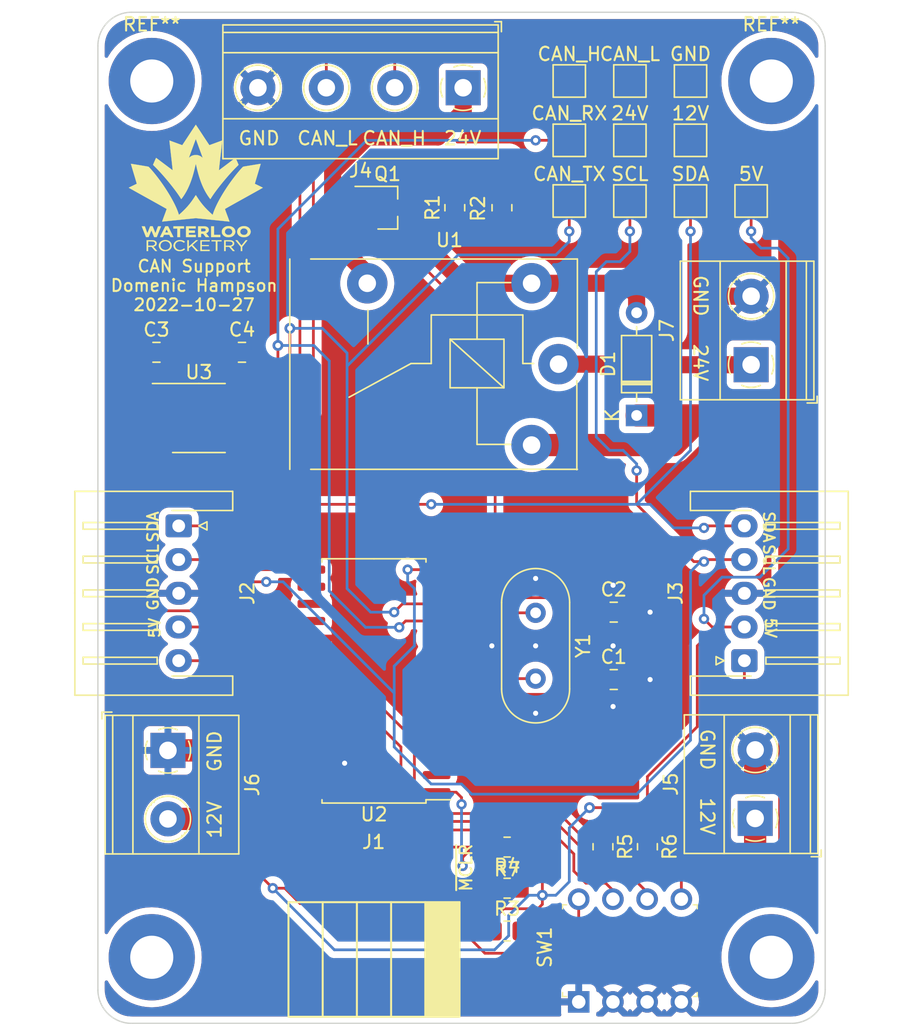
<source format=kicad_pcb>
(kicad_pcb (version 20211014) (generator pcbnew)
  (layers (0 "F.Cu" signal) (31 "B.Cu" signal) (34 "B.Paste" user) (35 "F.Paste" user) (36 "B.SilkS" user "B.Silkscreen") (37 "F.SilkS" user "F.Silkscreen") (38 "B.Mask" user) (39 "F.Mask" user) (44 "Edge.Cuts" user))
  (net 0 "")
  (net 1 "/OSC1")
  (net 2 "GND")
  (net 3 "/OSC2")
  (net 4 "+5V")
  (net 5 "+12V")
  (net 6 "/ICSPCLK")
  (net 7 "/ICSPDAT")
  (net 8 "/MCLR")
  (net 9 "/SDA")
  (net 10 "/SCL")
  (net 11 "Net-(J2-Pad5)")
  (net 12 "/RELAY_24V")
  (net 13 "/CAN_H")
  (net 14 "/CAN_L")
  (net 15 "+24V")
  (net 16 "/TRIG_PIN")
  (net 17 "/DIP_1")
  (net 18 "/DIP_2")
  (net 19 "/DIP_3")
  (net 20 "/DIP_4")
  (net 21 "/CAN_TX")
  (net 22 "/CAN_RX")
  (net 34 "/DRAIN")
  (net 35 "/BASE")
  (footprint "TestPoint:TestPoint_THTPad_2.0x2.0mm_Drill1.0mm" (layer "F.Cu") (at 156 74.5)
    (fp_text reference "CAN_TX")
    (fp_text value "TestPoint")
  )
  (footprint "Capacitor_SMD:C_0805_2012Metric_Pad1.18x1.45mm_HandSolder" (layer "F.Cu") (at 159.3 110)
    (fp_text reference "C1")
    (fp_text value "27pF")
  )
  (footprint "TestPoint:TestPoint_THTPad_2.0x2.0mm_Drill1.0mm" (layer "F.Cu") (at 160.5 70)
    (fp_text reference "24V")
    (fp_text value "TestPoint")
  )
  (footprint "Capacitor_SMD:C_0805_2012Metric_Pad1.18x1.45mm_HandSolder" (layer "F.Cu") (at 159.3 105)
    (fp_text reference "C2")
    (fp_text value "27pF")
  )
  (footprint "Resistor_SMD:R_0805_2012Metric_Pad1.20x1.40mm_HandSolder" (layer "F.Cu") (at 151.384 122.428 180)
    (fp_text reference "R7")
    (fp_text value "10k")
  )
  (footprint "Connector_JST:JST_XH_S5B-XH-A-1_1x05_P2.50mm_Horizontal" (layer "F.Cu") (at 127 98.6 -90)
    (fp_text reference "J2")
    (fp_text value "Conn_01x05_Male")
  )
  (footprint "Package_SO:SOIC-28W_7.5x17.9mm_P1.27mm" (layer "F.Cu") (at 141.5 110.1 180)
    (fp_text reference "U2")
    (fp_text value "PIC18F26K83")
  )
  (footprint "MountingHole:MountingHole_3.2mm_M3_Pad" (layer "F.Cu") (at 171 65.6)
    (fp_text reference "REF**")
    (fp_text value "MountingHole_3.2mm_M3_Pad")
  )
  (footprint "Resistor_SMD:R_0805_2012Metric_Pad1.20x1.40mm_HandSolder" (layer "F.Cu") (at 151.384 128.651)
    (fp_text reference "R3")
    (fp_text value "10k")
  )
  (footprint "TestPoint:TestPoint_THTPad_2.0x2.0mm_Drill1.0mm" (layer "F.Cu") (at 156 65.6)
    (fp_text reference "CAN_H")
    (fp_text value "TestPoint")
  )
  (footprint "TestPoint:TestPoint_THTPad_2.0x2.0mm_Drill1.0mm" (layer "F.Cu") (at 160.5 65.6)
    (fp_text reference "CAN_L")
    (fp_text value "TestPoint")
  )
  (footprint "TestPoint:TestPoint_THTPad_2.0x2.0mm_Drill1.0mm" (layer "F.Cu") (at 165 74.5)
    (fp_text reference "SDA")
    (fp_text value "TestPoint")
  )
  (footprint "MountingHole:MountingHole_3.2mm_M3_Pad" (layer "F.Cu") (at 125 65.6)
    (fp_text reference "REF**")
    (fp_text value "MountingHole_3.2mm_M3_Pad")
  )
  (footprint "TerminalBlock_Phoenix:TerminalBlock_Phoenix_MKDS-1,5-2-5.08_1x02_P5.08mm_Horizontal" (layer "F.Cu") (at 169.5 86.645 90)
    (fp_text reference "J7")
    (fp_text value "Screw_Terminal_01x02")
  )
  (footprint "Crystal:Crystal_HC49-4H_Vertical" (layer "F.Cu") (at 153.5 105.05 -90)
    (fp_text reference "Y1")
    (fp_text value "Crystal")
  )
  (footprint "canhw_footprints:PinHeader_5x2.54_SMD_90deg_952-3198-1-ND" (layer "F.Cu") (at 146.58 124.1125 180)
    (fp_text reference "J1")
    (fp_text value "Conn_01x05_Female")
  )
  (footprint "TestPoint:TestPoint_THTPad_2.0x2.0mm_Drill1.0mm" (layer "F.Cu") (at 165 65.6)
    (fp_text reference "GND")
    (fp_text value "TestPoint")
  )
  (footprint "custom:DIP_SWITCH_4X2" (layer "F.Cu") (at 156.7 133.91 90)
    (fp_text reference "SW1")
    (fp_text value "SW_DIP_x04")
  )
  (footprint "TerminalBlock_Phoenix:TerminalBlock_Phoenix_MKDS-1,5-2-5.08_1x02_P5.08mm_Horizontal" (layer "F.Cu") (at 169.8 120.3 90)
    (fp_text reference "J5")
    (fp_text value "Screw_Terminal_01x02")
  )
  (footprint "Resistor_SMD:R_0805_2012Metric_Pad1.20x1.40mm_HandSolder" (layer "F.Cu") (at 147.5 75 90)
    (fp_text reference "R1")
    (fp_text value "150R")
  )
  (footprint "TestPoint:TestPoint_THTPad_2.0x2.0mm_Drill1.0mm" (layer "F.Cu") (at 165 70)
    (fp_text reference "12V")
    (fp_text value "TestPoint")
  )
  (footprint "TerminalBlock_Phoenix:TerminalBlock_Phoenix_MKDS-1,5-2-5.08_1x02_P5.08mm_Horizontal" (layer "F.Cu") (at 126.2 115.255 -90)
    (fp_text reference "J6")
    (fp_text value "Screw_Terminal_01x02")
  )
  (footprint "Resistor_SMD:R_0805_2012Metric_Pad1.20x1.40mm_HandSolder" (layer "F.Cu") (at 151.384 125.476)
    (fp_text reference "R4")
    (fp_text value "10k")
  )
  (footprint "Resistor_SMD:R_0805_2012Metric_Pad1.20x1.40mm_HandSolder" (layer "F.Cu") (at 161.8 122.4 -90)
    (fp_text reference "R6")
    (fp_text value "10k")
  )
  (footprint "custom:rocketry_logo_small" (layer "F.Cu") (at 128.27 73.533)
    (fp_text reference "G***" hide)
    (fp_text value "LOGO" hide)
  )
  (footprint "Resistor_SMD:R_0805_2012Metric_Pad1.20x1.40mm_HandSolder" (layer "F.Cu") (at 158.5 122.4 -90)
    (fp_text reference "R5")
    (fp_text value "10k")
  )
  (footprint "TestPoint:TestPoint_THTPad_2.0x2.0mm_Drill1.0mm" (layer "F.Cu") (at 156 70)
    (fp_text reference "CAN_RX")
    (fp_text value "TestPoint")
  )
  (footprint "MountingHole:MountingHole_3.2mm_M3_Pad" (layer "F.Cu") (at 125 130.6)
    (fp_text reference "REF**" hide)
    (fp_text value "MountingHole_3.2mm_M3_Pad" hide)
  )
  (footprint "TerminalBlock_Phoenix:TerminalBlock_Phoenix_MKDS-1,5-4-5.08_1x04_P5.08mm_Horizontal" (layer "F.Cu") (at 148.12 66.1 180)
    (fp_text reference "J4")
    (fp_text value "Screw_Terminal_01x04")
  )
  (footprint "TestPoint:TestPoint_THTPad_2.0x2.0mm_Drill1.0mm" (layer "F.Cu") (at 160.5 74.5)
    (fp_text reference "SCL")
    (fp_text value "TestPoint")
  )
  (footprint "Resistor_SMD:R_0805_2012Metric_Pad1.20x1.40mm_HandSolder" (layer "F.Cu") (at 151 75 90)
    (fp_text reference "R2")
    (fp_text value "10K")
  )
  (footprint "Package_TO_SOT_SMD:SOT-23_Handsoldering" (layer "F.Cu") (at 142.5 75)
    (fp_text reference "Q1")
    (fp_text value "MMBF170")
  )
  (footprint "Capacitor_SMD:C_0805_2012Metric_Pad1.18x1.45mm_HandSolder" (layer "F.Cu") (at 125.349 85.725)
    (fp_text reference "C3")
    (fp_text value "0.1uF")
  )
  (footprint "TestPoint:TestPoint_THTPad_2.0x2.0mm_Drill1.0mm" (layer "F.Cu") (at 169.5 74.5)
    (fp_text reference "5V")
    (fp_text value "TestPoint")
  )
  (footprint "custom:Relay_SPST_G5LE-1A" (layer "F.Cu") (at 155.2 86.605 180)
    (fp_text reference "U1")
    (fp_text value "SPST_POWER_RELAY")
  )
  (footprint "Diode_THT:D_DO-35_SOD27_P7.62mm_Horizontal" (layer "F.Cu") (at 161 90.41 90)
    (fp_text reference "D1")
    (fp_text value "D")
  )
  (footprint "MountingHole:MountingHole_3.2mm_M3_Pad" (layer "F.Cu") (at 171 130.6)
    (fp_text reference "REF**" hide)
    (fp_text value "MountingHole_3.2mm_M3_Pad" hide)
  )
  (footprint "Connector_JST:JST_XH_S5B-XH-A-1_1x05_P2.50mm_Horizontal" (layer "F.Cu") (at 169 108.6 90)
    (fp_text reference "J3")
    (fp_text value "Conn_01x05_Male")
  )
  (footprint "Capacitor_SMD:C_0805_2012Metric_Pad1.18x1.45mm_HandSolder" (layer "F.Cu") (at 131.699 85.725)
    (fp_text reference "C4")
    (fp_text value "10uF")
  )
  (footprint "Package_SO:SOIC-8_3.9x4.9mm_P1.27mm" (layer "F.Cu") (at 128.5 90.6)
    (fp_text reference "U3")
    (fp_text value "MCP2562")
  )
  (gr_arc (start 123.5 135.5) (mid 121.732233 134.767767) (end 121 133) (layer "Edge.Cuts") (width 0.1))
  (gr_line (start 175 63) (end 175 133) (layer "Edge.Cuts") (width 0.1))
  (gr_line (start 172.5 135.5) (end 123.5 135.5) (layer "Edge.Cuts") (width 0.1))
  (gr_line (start 121 133.1) (end 121 63) (layer "Edge.Cuts") (width 0.1))
  (gr_arc (start 175 133) (mid 174.267767 134.767767) (end 172.5 135.5) (layer "Edge.Cuts") (width 0.1))
  (gr_line (start 123.5 60.5) (end 172.5 60.5) (layer "Edge.Cuts") (width 0.1))
  (gr_arc (start 121 63) (mid 121.732233 61.232233) (end 123.5 60.5) (layer "Edge.Cuts") (width 0.1))
  (gr_arc (start 172.5 60.5) (mid 174.267767 61.232233) (end 175 63) (layer "Edge.Cuts") (width 0.1))
  (gr_text "5V" (at 170.942 106.172 270) (layer "F.SilkS") (effects (font (size 0.8128 0.8128))))
  (gr_text "24V\n" (at 148.082 69.85) (layer "F.SilkS") (effects (font (size 1 1))))
  (gr_text "CAN_L" (at 138.049 69.85) (layer "F.SilkS") (effects (font (size 1 1))))
  (gr_text "GND\n" (at 165.735 81.534 270) (layer "F.SilkS") (effects (font (size 1 1))))
  (gr_text "GND\n" (at 129.667 115.316 90) (layer "F.SilkS") (effects (font (size 1 1))))
  (gr_text "GND" (at 170.815 103.632 270) (layer "F.SilkS") (effects (font (size 0.8128 0.8128))))
  (gr_text "GND\n" (at 166.243 115.189 270) (layer "F.SilkS") (effects (font (size 1 1))))
  (gr_text "GND" (at 125.095 103.632 90) (layer "F.SilkS") (effects (font (size 0.8128 0.8128))))
  (gr_text "SDA" (at 170.815 98.679 270) (layer "F.SilkS") (effects (font (size 0.8128 0.8128))))
  (gr_text "CAN Support\nDomenic Hampson\n2022-10-27" (at 128.143 80.772) (layer "F.SilkS") (effects (font (size 0.889 0.889))))
  (gr_text "12V" (at 166.243 120.142 270) (layer "F.SilkS") (effects (font (size 1 1))))
  (gr_text "SCL\n" (at 125.095 101.092 90) (layer "F.SilkS") (effects (font (size 0.8128 0.8128))))
  (gr_text "12V" (at 129.667 120.396 90) (layer "F.SilkS") (effects (font (size 1 1))))
  (gr_text "SCL\n" (at 170.815 101.092 270) (layer "F.SilkS") (effects (font (size 0.8128 0.8128))))
  (gr_text "~{MCLR}" (at 148.336 123.952 90) (layer "F.SilkS") (effects (font (size 0.889 0.889))))
  (gr_text "GND\n" (at 132.969 69.85) (layer "F.SilkS") (effects (font (size 1 1))))
  (gr_text "5V" (at 125.222 106.172 90) (layer "F.SilkS") (effects (font (size 0.8128 0.8128))))
  (gr_text "24V" (at 165.735 86.487 270) (layer "F.SilkS") (effects (font (size 1 1))))
  (gr_text "SDA" (at 125.095 98.679 90) (layer "F.SilkS") (effects (font (size 0.8128 0.8128))))
  (gr_text "CAN_H" (at 143.002 69.85) (layer "F.SilkS") (effects (font (size 1 1))))
  (segment (start 158.1925 109.93) (end 158.2625 110) (width 0.2032) (layer "F.Cu") (net 1))
  (segment (start 146.15 108.195) (end 148.995 108.195) (width 0.2032) (layer "F.Cu") (net 1))
  (segment (start 148.995 108.195) (end 150.73 109.93) (width 0.2032) (layer "F.Cu") (net 1))
  (segment (start 155.36 111.1) (end 156.53 109.93) (width 0.2032) (layer "F.Cu") (net 1))
  (segment (start 150.73 109.93) (end 153.5 109.93) (width 0.2032) (layer "F.Cu") (net 1))
  (segment (start 151.9 111.1) (end 155.36 111.1) (width 0.2032) (layer "F.Cu") (net 1))
  (segment (start 150.73 109.93) (end 151.9 111.1) (width 0.2032) (layer "F.Cu") (net 1))
  (segment (start 156.53 109.93) (end 158.1925 109.93) (width 0.2032) (layer "F.Cu") (net 1))
  (segment (start 126.2 115.255) (end 128.458 115.255) (width 1.651) (layer "F.Cu") (net 2))
  (segment (start 169.5 81.565) (end 167.544 81.565) (width 1.27) (layer "F.Cu") (net 2))
  (segment (start 126.06 90) (end 126.025 89.965) (width 0.2032) (layer "F.Cu") (net 2))
  (segment (start 169.8 115.22) (end 169.8 117.093) (width 1.651) (layer "F.Cu") (net 2))
  (segment (start 141 75.95) (end 141 76.932) (width 1.27) (layer "F.Cu") (net 2))
  (segment (start 151 74) (end 149.901 74) (width 1.27) (layer "F.Cu") (net 2))
  (via (at 159.25 107.5) (size 0.762) (drill 0.381) (layers "F.Cu" "B.Cu") (net 2))
  (via (at 150.25 107.5) (size 0.762) (drill 0.381) (layers "F.Cu" "B.Cu") (net 2))
  (via (at 139.319 116.205) (size 0.762) (drill 0.381) (layers "F.Cu" "B.Cu") (net 2))
  (via (at 162 105) (size 0.762) (drill 0.381) (layers "F.Cu" "B.Cu") (net 2))
  (via (at 153.5 112.5) (size 0.762) (drill 0.381) (layers "F.Cu" "B.Cu") (net 2))
  (via (at 162 110) (size 0.762) (drill 0.381) (layers "F.Cu" "B.Cu") (net 2))
  (via (at 159.25 112) (size 0.762) (drill 0.381) (layers "F.Cu" "B.Cu") (net 2))
  (via (at 153.5 107.5) (size 0.762) (drill 0.381) (layers "F.Cu" "B.Cu") (net 2))
  (via (at 159.25 103) (size 0.762) (drill 0.381) (layers "F.Cu" "B.Cu") (net 2))
  (via (at 153.5 102.5) (size 0.762) (drill 0.381) (layers "F.Cu" "B.Cu") (net 2))
  (segment (start 152 103.927526) (end 155.427526 103.927526) (width 0.2032) (layer "F.Cu") (net 3))
  (segment (start 156.5 105) (end 158.2625 105) (width 0.2032) (layer "F.Cu") (net 3))
  (segment (start 155.427526 103.927526) (end 156.5 105) (width 0.2032) (layer "F.Cu") (net 3))
  (segment (start 150.877526 105.05) (end 152 103.927526) (width 0.2032) (layer "F.Cu") (net 3))
  (segment (start 149.002526 106.925) (end 150.877526 105.05) (width 0.2032) (layer "F.Cu") (net 3))
  (segment (start 146.15 106.925) (end 149.002526 106.925) (width 0.2032) (layer "F.Cu") (net 3))
  (segment (start 150.877526 105.05) (end 153.5 105.05) (width 0.2032) (layer "F.Cu") (net 3))
  (segment (start 169.5 74.5) (end 169.5 76.75) (width 0.2032) (layer "F.Cu") (net 4))
  (segment (start 126.8 94.5) (end 125.5 94.5) (width 0.2032) (layer "F.Cu") (net 4))
  (segment (start 161.8 120.3) (end 161.8 121.4) (width 0.2032) (layer "F.Cu") (net 4))
  (segment (start 123.5 96.5) (end 123.5 103.5) (width 0.2032) (layer "F.Cu") (net 4))
  (segment (start 150.384 127.746) (end 150.384 125.476) (width 0.2032) (layer "F.Cu") (net 4))
  (segment (start 134.357 108.195) (end 133.096 109.456) (width 0.2032) (layer "F.Cu") (net 4))
  (segment (start 133.096 124.587) (end 133.985 125.476) (width 0.2032) (layer "F.Cu") (net 4))
  (segment (start 159.1 119.5) (end 157.5 119.5) (width 0.2032) (layer "F.Cu") (net 4))
  (segment (start 133.096 109.456) (end 133.096 124.587) (width 0.2032) (layer "F.Cu") (net 4))
  (segment (start 133.005 108.195) (end 133.905 108.195) (width 0.2032) (layer "F.Cu") (net 4))
  (segment (start 128.795 92.505) (end 126.8 94.5) (width 0.2032) (layer "F.Cu") (net 4))
  (segment (start 125.5 94.5) (end 123.5 96.5) (width 0.2032) (layer "F.Cu") (net 4))
  (segment (start 151.13 127) (end 153.67 127) (width 0.2032) (layer "F.Cu") (net 4))
  (segment (start 128.235 91.235) (end 126.025 91.235) (width 0.2032) (layer "F.Cu") (net 4))
  (segment (start 130.6 106.1) (end 132.695 108.195) (width 0.2032) (layer "F.Cu") (net 4))
  (segment (start 165.5 113.5) (end 161.8 117.2) (width 0.2032) (layer "F.Cu") (net 4))
  (segment (start 152.384 122.428) (end 153.162 122.428) (width 0.2032) (layer "F.Cu") (net 4))
  (segment (start 129.4 104.9) (end 130.6 106.1) (width 0.2032) (layer "F.Cu") (net 4))
  (segment (start 150.384 127.746) (end 151.13 127) (width 0.2032) (layer "F.Cu") (net 4))
  (segment (start 123.5 96.5) (end 123.5 92.5) (width 0.2032) (layer "F.Cu") (net 4))
  (segment (start 124.9 104.9) (end 123.5 103.5) (width 0.2032) (layer "F.Cu") (net 4))
  (segment (start 132.805 108.195) (end 133.005 108.195) (width 0.2032) (layer "F.Cu") (net 4))
  (segment (start 154 123.266) (end 154 126) (width 0.2032) (layer "F.Cu") (net 4))
  (segment (start 123.5 92.5) (end 123 92) (width 0.2032) (layer "F.Cu") (net 4))
  (segment (start 127.381 87.249) (end 128.905 85.725) (width 0.2032) (layer "F.Cu") (net 4))
  (segment (start 123.444 87.249) (end 127.381 87.249) (width 0.2032) (layer "F.Cu") (net 4))
  (segment (start 153.162 122.428) (end 154 123.266) (width 0.2032) (layer "F.Cu") (net 4))
  (segment (start 123 92) (end 123 86.804) (width 0.2032) (layer "F.Cu") (net 4))
  (segment (start 134.357 108.195) (end 136.85 108.195) (width 0.2032) (layer "F.Cu") (net 4))
  (segment (start 130.975 92.505) (end 129.505 92.505) (width 0.2032) (layer "F.Cu") (net 4))
  (segment (start 144.04 125.962) (end 144.04 124.1125) (width 0.2032) (layer "F.Cu") (net 4))
  (segment (start 143.383 126.619) (end 144.04 125.962) (width 0.2032) (layer "F.Cu") (net 4))
  (segment (start 133.905 108.195) (end 134.357 108.195) (width 0.2032) (layer "F.Cu") (net 4))
  (segment (start 166.9 106.1) (end 166.6 106.1) (width 0.2032) (layer "F.Cu") (net 4))
  (segment (start 133.985 125.476) (end 134.874 125.476) (width 0.2032) (layer "F.Cu") (net 4))
  (segment (start 161.8 117.2) (end 161.8 120.3) (width 0.2032) (layer "F.Cu") (net 4))
  (segment (start 129.505 92.505) (end 128.235 91.235) (width 0.2032) (layer "F.Cu") (net 4))
  (segment (start 169 106.1) (end 166.9 106.1) (width 0.2032) (layer "F.Cu") (net 4))
  (segment (start 165.5 107.5) (end 165.5 113.5) (width 0.2032) (layer "F.Cu") (net 4))
  (segment (start 150.384 128.651) (end 150.384 127.746) (width 0.2032) (layer "F.Cu") (net 4))
  (segment (start 166.6 106.1) (end 166 105.5) (width 0.2032) (layer "F.Cu") (net 4))
  (segment (start 128.905 85.725) (end 130.6615 85.725) (width 0.2032) (layer "F.Cu") (net 4))
  (segment (start 132.695 108.195) (end 132.805 108.195) (width 0.2032) (layer "F.Cu") (net 4))
  (segment (start 123 86.804) (end 123 86.296) (width 0.2032) (layer "F.Cu") (net 4))
  (segment (start 161 119.5) (end 161.8 120.3) (width 0.2032) (layer "F.Cu") (net 4))
  (segment (start 153.67 127) (end 154 126.67) (width 0.2032) (layer "F.Cu") (net 4))
  (segment (start 123 86.804) (end 123 86.805) (width 0.2032) (layer "F.Cu") (net 4))
  (segment (start 158.5 121.4) (end 158.5 120.1) (width 0.2032) (layer "F.Cu") (net 4))
  (segment (start 129.505 92.505) (end 128.795 92.505) (width 0.2032) (layer "F.Cu") (net 4))
  (segment (start 136.017 126.619) (end 143.383 126.619) (width 0.2032) (layer "F.Cu") (net 4))
  (segment (start 134.874 125.476) (end 136.017 126.619) (width 0.2032) (layer "F.Cu") (net 4))
  (segment (start 123.571 85.725) (end 124.3115 85.725) (width 0.2032) (layer "F.Cu") (net 4))
  (segment (start 159.1 119.5) (end 161 119.5) (width 0.2032) (layer "F.Cu") (net 4))
  (segment (start 123 86.805) (end 123.444 87.249) (width 0.2032) (layer "F.Cu") (net 4))
  (segment (start 154 126.67) (end 154 126) (width 0.2032) (layer "F.Cu") (net 4))
  (segment (start 166.9 106.1) (end 165.5 107.5) (width 0.2032) (layer "F.Cu") (net 4))
  (segment (start 123 86.296) (end 123.571 85.725) (width 0.2032) (layer "F.Cu") (net 4))
  (segment (start 127 106.1) (end 130.6 106.1) (width 0.2032) (layer "F.Cu") (net 4))
  (segment (start 158.5 120.1) (end 159.1 119.5) (width 0.2032) (layer "F.Cu") (net 4))
  (segment (start 129.4 104.9) (end 124.9 104.9) (width 0.2032) (layer "F.Cu") (net 4))
  (via (at 169.5 76.75) (size 0.762) (drill 0.381) (layers "F.Cu" "B.Cu") (net 4))
  (via (at 166 105.5) (size 0.762) (drill 0.381) (layers "F.Cu" "B.Cu") (net 4))
  (via (at 157.5 119.5) (size 0.8) (drill 0.4) (layers "F.Cu" "B.Cu") (net 4))
  (via (at 154 126) (size 0.8) (drill 0.4) (layers "F.Cu" "B.Cu") (net 4))
  (via (at 133.985 125.476) (size 0.762) (drill 0.381) (layers "F.Cu" "B.Cu") (net 4))
  (segment (start 170.25 78) (end 169.5 77.25) (width 0.2032) (layer "B.Cu") (net 4))
  (segment (start 151.5 129) (end 151.5 127.5) (width 0.2032) (layer "B.Cu") (net 4))
  (segment (start 171.5 78) (end 170.25 78) (width 0.2032) (layer "B.Cu") (net 4))
  (segment (start 157.5 119.5) (end 156 121) (width 0.2032) (layer "B.Cu") (net 4))
  (segment (start 172.25 78.75) (end 171.5 78) (width 0.2032) (layer "B.Cu") (net 4))
  (segment (start 166 105.5) (end 166 103.75) (width 0.2032) (layer "B.Cu") (net 4))
  (segment (start 153 126) (end 154 126) (width 0.2032) (layer "B.Cu") (net 4))
  (segment (start 166 103.75) (end 167.344633 102.405367) (width 0.2032) (layer "B.Cu") (net 4))
  (segment (start 170.155367 102.405367) (end 172.25 100.310734) (width 0.2032) (layer "B.Cu") (net 4))
  (segment (start 169.5 77.25) (end 169.5 76.75) (width 0.2032) (layer "B.Cu") (net 4))
  (segment (start 156 121) (end 156 125) (width 0.2032) (layer "B.Cu") (net 4))
  (segment (start 172.25 100.310734) (end 172.25 78.75) (width 0.2032) (layer "B.Cu") (net 4))
  (segment (start 138.557 130.048) (end 150.452 130.048) (width 0.2032) (layer "B.Cu") (net 4))
  (segment (start 156 125) (end 155 126) (width 0.2032) (layer "B.Cu") (net 4))
  (segment (start 150.452 130.048) (end 151.5 129) (width 0.2032) (layer "B.Cu") (net 4))
  (segment (start 133.985 125.476) (end 138.557 130.048) (width 0.2032) (layer "B.Cu") (net 4))
  (segment (start 151.5 127.5) (end 153 126) (width 0.2032) (layer "B.Cu") (net 4))
  (segment (start 155 126) (end 154 126) (width 0.2032) (layer "B.Cu") (net 4))
  (segment (start 167.344633 102.405367) (end 170.155367 102.405367) (width 0.2032) (layer "B.Cu") (net 4))
  (segment (start 126.2 120.335) (end 128.59 120.335) (width 1.651) (layer "F.Cu") (net 5))
  (segment (start 172.339 122.682) (end 169.8 125.221) (width 1.651) (layer "F.Cu") (net 5))
  (segment (start 163.808 92.605) (end 153.2 92.605) (width 1.651) (layer "F.Cu") (net 5))
  (segment (start 169.15 90.41) (end 172.339 93.599) (width 1.651) (layer "F.Cu") (net 5))
  (segment (start 155.829 131.064) (end 163.957 131.064) (width 1.651) (layer "F.Cu") (net 5))
  (segment (start 166.003 90.41) (end 169.15 90.41) (width 1.651) (layer "F.Cu") (net 5))
  (segment (start 163.957 131.064) (end 169.8 125.221) (width 1.651) (layer "F.Cu") (net 5))
  (segment (start 136.525 132.334) (end 154.559 132.334) (width 1.651) (layer "F.Cu") (net 5))
  (segment (start 128.59 120.335) (end 129.794 121.539) (width 1.651) (layer "F.Cu") (net 5))
  (segment (start 154.559 132.334) (end 155.829 131.064) (width 1.651) (layer "F.Cu") (net 5))
  (segment (start 166.003 90.41) (end 161 90.41) (width 1.651) (layer "F.Cu") (net 5))
  (segment (start 172.339 72.644) (end 172.339 93.599) (width 1.651) (layer "F.Cu") (net 5))
  (segment (start 129.794 121.539) (end 129.794 125.603) (width 1.651) (layer "F.Cu") (net 5))
  (segment (start 169.695 70) (end 172.339 72.644) (width 1.651) (layer "F.Cu") (net 5))
  (segment (start 172.339 93.599) (end 172.339 122.682) (width 1.651) (layer "F.Cu") (net 5))
  (segment (start 166.003 90.41) (end 163.808 92.605) (width 1.651) (layer "F.Cu") (net 5))
  (segment (start 169.8 125.221) (end 169.8 120.3) (width 1.651) (layer "F.Cu") (net 5))
  (segment (start 165 70) (end 169.695 70) (width 1.651) (layer "F.Cu") (net 5))
  (segment (start 129.794 125.603) (end 136.525 132.334) (width 1.651) (layer "F.Cu") (net 5))
  (segment (start 134.915 117.085) (end 136.85 117.085) (width 0.2032) (layer "F.Cu") (net 6))
  (segment (start 136.42 124.1125) (end 136.42 122.42) (width 0.2032) (layer "F.Cu") (net 6))
  (segment (start 134 120) (end 134 118) (width 0.2032) (layer "F.Cu") (net 6))
  (segment (start 134 118) (end 134.915 117.085) (width 0.2032) (layer "F.Cu") (net 6))
  (segment (start 136.42 122.42) (end 134 120) (width 0.2032) (layer "F.Cu") (net 6))
  (segment (start 138.96 118.96) (end 138.355 118.355) (width 0.2032) (layer "F.Cu") (net 7))
  (segment (start 138.355 118.355) (end 136.85 118.355) (width 0.2032) (layer "F.Cu") (net 7))
  (segment (start 138.96 124.1125) (end 138.96 118.96) (width 0.2032) (layer "F.Cu") (net 7))
  (segment (start 146.15 118.355) (end 147.605 118.355) (width 0.2032) (layer "F.Cu") (net 8))
  (segment (start 148.844 122.428) (end 148.082 123.19) (width 0.2032) (layer "F.Cu") (net 8))
  (segment (start 148 118.75) (end 148 119.25) (width 0.2032) (layer "F.Cu") (net 8))
  (segment (start 147.605 118.355) (end 148 118.75) (width 0.2032) (layer "F.Cu") (net 8))
  (segment (start 148.082 123.19) (end 148.082 123.825) (width 0.2032) (layer "F.Cu") (net 8))
  (segment (start 146.58 123.041) (end 147.193 122.428) (width 0.2032) (layer "F.Cu") (net 8))
  (segment (start 148.844 122.428) (end 150.384 122.428) (width 0.2032) (layer "F.Cu") (net 8))
  (segment (start 146.58 124.1125) (end 146.58 123.041) (width 0.2032) (layer "F.Cu") (net 8))
  (segment (start 147.193 122.428) (end 148.844 122.428) (width 0.2032) (layer "F.Cu") (net 8))
  (via (at 148 119.25) (size 0.762) (drill 0.381) (layers "F.Cu" "B.Cu") (net 8))
  (via (at 148.082 123.825) (size 0.762) (drill 0.381) (layers "F.Cu" "B.Cu") (net 8))
  (segment (start 148 119.25) (end 148 123.743) (width 0.2032) (layer "B.Cu") (net 8))
  (segment (start 148 123.743) (end 148.082 123.825) (width 0.2032) (layer "B.Cu") (net 8))
  (segment (start 132.345 101.845) (end 134.155 101.845) (width 0.2032) (layer "F.Cu") (net 9))
  (segment (start 133.5 101.19) (end 133.5 100.5) (width 0.2032) (layer "F.Cu") (net 9))
  (segment (start 137 97) (end 145.75 97) (width 0.2032) (layer "F.Cu") (net 9))
  (segment (start 133.5 100.5) (end 137 97) (width 0.2032) (layer "F.Cu") (net 9))
  (segment (start 165 74.5) (end 165 76.75) (width 0.2032) (layer "F.Cu") (net 9))
  (segment (start 169 98.6) (end 166.15 98.6) (width 0.2032) (layer "F.Cu") (net 9))
  (segment (start 166.15 98.6) (end 166 98.75) (width 0.2032) (layer "F.Cu") (net 9))
  (segment (start 134.155 101.845) (end 133.5 101.19) (width 0.2032) (layer "F.Cu") (net 9))
  (segment (start 134.155 101.845) (end 136.85 101.845) (width 0.2032) (layer "F.Cu") (net 9))
  (segment (start 129.1 98.6) (end 132.345 101.845) (width 0.2032) (layer "F.Cu") (net 9))
  (segment (start 127 98.6) (end 129.1 98.6) (width 0.2032) (layer "F.Cu") (net 9))
  (via (at 145.75 97) (size 0.762) (drill 0.381) (layers "F.Cu" "B.Cu") (net 9))
  (via (at 165 76.75) (size 0.762) (drill 0.381) (layers "F.Cu" "B.Cu") (net 9))
  (via (at 166 98.75) (size 0.762) (drill 0.381) (layers "F.Cu" "B.Cu") (net 9))
  (segment (start 165 93) (end 165 76.75) (width 0.2032) (layer "B.Cu") (net 9))
  (segment (start 162 97) (end 163.75 98.75) (width 0.2032) (layer "B.Cu") (net 9))
  (segment (start 161 97) (end 162 97) (width 0.2032) (layer "B.Cu") (net 9))
  (segment (start 161 97) (end 165 93) (width 0.2032) (layer "B.Cu") (net 9))
  (segment (start 163.75 98.75) (end 165.75 98.75) (width 0.2032) (layer "B.Cu") (net 9))
  (segment (start 165.75 98.75) (end 166 98.75) (width 0.2032) (layer "B.Cu") (net 9))
  (segment (start 145.75 97) (end 161 97) (width 0.2032) (layer "B.Cu") (net 9))
  (segment (start 166 101.25) (end 166.15 101.1) (width 0.2032) (layer "F.Cu") (net 10))
  (segment (start 129.6 101.1) (end 131.25 102.75) (width 0.2032) (layer "F.Cu") (net 10))
  (segment (start 146.15 101.845) (end 144 101.845) (width 0.2032) (layer "F.Cu") (net 10))
  (segment (start 166 101.25) (end 165.25 101.25) (width 0.2032) (layer "F.Cu") (net 10))
  (segment (start 160.5 74.5) (end 160.5 76.75) (width 0.2032) (layer "F.Cu") (net 10))
  (segment (start 131.25 102.75) (end 133.5 102.75) (width 0.2032) (layer "F.Cu") (net 10))
  (segment (start 166.15 101.1) (end 169 101.1) (width 0.2032) (layer "F.Cu") (net 10))
  (segment (start 165.25 101.25) (end 161 97) (width 0.2032) (layer "F.Cu") (net 10))
  (segment (start 127 101.1) (end 129.6 101.1) (width 0.2032) (layer "F.Cu") (net 10))
  (segment (start 161 97) (end 161 94.5) (width 0.2032) (layer "F.Cu") (net 10))
  (via (at 144 101.845) (size 0.762) (drill 0.381) (layers "F.Cu" "B.Cu") (net 10))
  (via (at 133.5 102.75) (size 0.762) (drill 0.381) (layers "F.Cu" "B.Cu") (net 10))
  (via (at 160.5 76.75) (size 0.762) (drill 0.381) (layers "F.Cu" "B.Cu") (net 10))
  (via (at 166 101.25) (size 0.762) (drill 0.381) (layers "F.Cu" "B.Cu") (net 10))
  (via (at 161 94.5) (size 0.762) (drill 0.381) (layers "F.Cu" "B.Cu") (net 10))
  (segment (start 161 118.5) (end 165 114.5) (width 0.2032) (layer "B.Cu") (net 10))
  (segment (start 158 92) (end 158 79.75) (width 0.2032) (layer "B.Cu") (net 10))
  (segment (start 143 111) (end 143 109) (width 0.2032) (layer "B.Cu") (net 10))
  (segment (start 160 93) (end 159 93) (width 0.2032) (layer "B.Cu") (net 10))
  (segment (start 161 94) (end 160 93) (width 0.2032) (layer "B.Cu") (net 10))
  (segment (start 144 102.75) (end 144 101.845) (width 0.2032) (layer "B.Cu") (net 10))
  (segment (start 143 109) (end 144.5 107.5) (width 0.2032) (layer "B.Cu") (net 10))
  (segment (start 144.5 107.5) (end 144.5 103.25) (width 0.2032) (layer "B.Cu") (net 10))
  (segment (start 161 94.5) (end 161 94) (width 0.2032) (layer "B.Cu") (net 10))
  (segment (start 148.75 118.5) (end 161 118.5) (width 0.2032) (layer "B.Cu") (net 10))
  (segment (start 159 93) (end 158 92) (width 0.2032) (layer "B.Cu") (net 10))
  (segment (start 143 111) (end 143 115) (width 0.2032) (layer "B.Cu") (net 10))
  (segment (start 159.75 79) (end 160.5 78.25) (width 0.2032) (layer "B.Cu") (net 10))
  (segment (start 144.5 103.25) (end 144 102.75) (width 0.2032) (layer "B.Cu") (net 10))
  (segment (start 165 102) (end 165.75 101.25) (width 0.2032) (layer "B.Cu") (net 10))
  (segment (start 134.75 102.75) (end 143 111) (width 0.2032) (layer "B.Cu") (net 10))
  (segment (start 160.5 78.25) (end 160.5 76.75) (width 0.2032) (layer "B.Cu") (net 10))
  (segment (start 158.75 79) (end 159.75 79) (width 0.2032) (layer "B.Cu") (net 10))
  (segment (start 165.75 101.25) (end 166 101.25) (width 0.2032) (layer "B.Cu") (net 10))
  (segment (start 165 114.5) (end 165 102) (width 0.2032) (layer "B.Cu") (net 10))
  (segment (start 148 117.75) (end 148.75 118.5) (width 0.2032) (layer "B.Cu") (net 10))
  (segment (start 133.5 102.75) (end 134.75 102.75) (width 0.2032) (layer "B.Cu") (net 10))
  (segment (start 143 115) (end 145.75 117.75) (width 0.2032) (layer "B.Cu") (net 10))
  (segment (start 158 79.75) (end 158.75 79) (width 0.2032) (layer "B.Cu") (net 10))
  (segment (start 145.75 117.75) (end 148 117.75) (width 0.2032) (layer "B.Cu") (net 10))
  (segment (start 131.826 124.714) (end 133.223 126.111) (width 0.2032) (layer "F.Cu") (net 11))
  (segment (start 167 114.5) (end 163.5 118) (width 0.2032) (layer "F.Cu") (net 11))
  (segment (start 169 110.5) (end 167 112.5) (width 0.2032) (layer "F.Cu") (net 11))
  (segment (start 167 112.5) (end 167 114.5) (width 0.2032) (layer "F.Cu") (net 11))
  (segment (start 169 108.6) (end 169 110.5) (width 0.2032) (layer "F.Cu") (net 11))
  (segment (start 138.176 131.064) (end 133.223 126.111) (width 0.2032) (layer "F.Cu") (net 11))
  (segment (start 165.862 124.362) (end 165.862 127.127) (width 0.2032) (layer "F.Cu") (net 11))
  (segment (start 133.223 126.111) (end 133.477 126.365) (width 0.2032) (layer "F.Cu") (net 11))
  (segment (start 131.826 109.728) (end 130.698 108.6) (width 0.2032) (layer "F.Cu") (net 11))
  (segment (start 155.321 129.667) (end 153.924 131.064) (width 0.2032) (layer "F.Cu") (net 11))
  (segment (start 153.924 131.064) (end 138.176 131.064) (width 0.2032) (layer "F.Cu") (net 11))
  (segment (start 131.826 124.714) (end 131.826 109.728) (width 0.2032) (layer "F.Cu") (net 11))
  (segment (start 165.862 127.127) (end 163.322 129.667) (width 0.2032) (layer "F.Cu") (net 11))
  (segment (start 163.5 118) (end 163.5 122) (width 0.2032) (layer "F.Cu") (net 11))
  (segment (start 163.5 122) (end 165.862 124.362) (width 0.2032) (layer "F.Cu") (net 11))
  (segment (start 163.322 129.667) (end 155.321 129.667) (width 0.2032) (layer "F.Cu") (net 11))
  (segment (start 130.698 108.6) (end 127 108.6) (width 0.2032) (layer "F.Cu") (net 11))
  (segment (start 138.43 72.32) (end 141 69.75) (width 1.27) (layer "F.Cu") (net 12))
  (segment (start 141 79.913) (end 138.43 77.343) (width 1.27) (layer "F.Cu") (net 12))
  (segment (start 146.25 69.75) (end 148.12 67.88) (width 1.27) (layer "F.Cu") (net 12))
  (segment (start 141 80.605) (end 141 79.913) (width 1.27) (layer "F.Cu") (net 12))
  (segment (start 138.43 77.343) (end 138.43 72.32) (width 1.27) (layer "F.Cu") (net 12))
  (segment (start 148.12 67.88) (end 148.12 66.1) (width 1.27) (layer "F.Cu") (net 12))
  (segment (start 141 69.75) (end 146.25 69.75) (width 1.27) (layer "F.Cu") (net 12))
  (segment (start 143.04 64.21) (end 143.04 66.1) (width 0.2032) (layer "F.Cu") (net 13))
  (segment (start 155 63) (end 156 64) (width 0.2032) (layer "F.Cu") (net 13))
  (segment (start 129.5 90) (end 130.94 90) (width 0.2032) (layer "F.Cu") (net 13))
  (segment (start 144.25 63) (end 142.25 63) (width 0.2032) (layer "F.Cu") (net 13))
  (segment (start 144.25 63) (end 155 63) (width 0.2032) (layer "F.Cu") (net 13))
  (segment (start 129.517722 91.8768) (end 129 91.359078) (width 0.2032) (layer "F.Cu") (net 13))
  (segment (start 130.94 90) (end 130.975 89.965) (width 0.2032) (layer "F.Cu") (net 13))
  (segment (start 156 64) (end 156 65.6) (width 0.2032) (layer "F.Cu") (net 13))
  (segment (start 140.25 67.75) (end 137 71) (width 0.2032) (layer "F.Cu") (net 13))
  (segment (start 142.25 63) (end 140.25 65) (width 0.2032) (layer "F.Cu") (net 13))
  (segment (start 137 90.2) (end 135.3232 91.8768) (width 0.2032) (layer "F.Cu") (net 13))
  (segment (start 129 90.5) (end 129.5 90) (width 0.2032) (layer "F.Cu") (net 13))
  (segment (start 144.25 63) (end 143.04 64.21) (width 0.2032) (layer "F.Cu") (net 13))
  (segment (start 129 91.359078) (end 129 90.5) (width 0.2032) (layer "F.Cu") (net 13))
  (segment (start 140.25 65) (end 140.25 67.75) (width 0.2032) (layer "F.Cu") (net 13))
  (segment (start 135.3232 91.8768) (end 129.517722 91.8768) (width 0.2032) (layer "F.Cu") (net 13))
  (segment (start 137 71) (end 137 90.2) (width 0.2032) (layer "F.Cu") (net 13))
  (segment (start 136 89.25) (end 136 87.5) (width 0.2032) (layer "F.Cu") (net 14))
  (segment (start 137.96 63.54) (end 139.5 62) (width 0.2032) (layer "F.Cu") (net 14))
  (segment (start 137 62) (end 136 63) (width 0.2032) (layer "F.Cu") (net 14))
  (segment (start 158.75 62) (end 160.5 63.75) (width 0.2032) (layer "F.Cu") (net 14))
  (segment (start 136 63) (end 136 87.5) (width 0.2032) (layer "F.Cu") (net 14))
  (segment (start 137.96 66.1) (end 137.96 63.54) (width 0.2032) (layer "F.Cu") (net 14))
  (segment (start 137.96 66.1) (end 138 66.14) (width 0.2032) (layer "F.Cu") (net 14))
  (segment (start 130.975 91.235) (end 134.015 91.235) (width 0.2032) (layer "F.Cu") (net 14))
  (segment (start 134.015 91.235) (end 136 89.25) (width 0.2032) (layer "F.Cu") (net 14))
  (segment (start 139.5 62) (end 158.75 62) (width 0.2032) (layer "F.Cu") (net 14))
  (segment (start 139.5 62) (end 137 62) (width 0.2032) (layer "F.Cu") (net 14))
  (segment (start 160.5 63.75) (end 160.5 65.6) (width 0.2032) (layer "F.Cu") (net 14))
  (segment (start 169.46 86.605) (end 169.5 86.645) (width 0.2032) (layer "F.Cu") (net 15))
  (segment (start 163.627 84.15) (end 161.132 86.645) (width 1.27) (layer "F.Cu") (net 15))
  (segment (start 161.132 86.645) (end 169.5 86.645) (width 1.27) (layer "F.Cu") (net 15))
  (segment (start 168.91 87.63) (end 168.91 87.235) (width 0.2032) (layer "F.Cu") (net 15))
  (segment (start 163.627 77.475) (end 163.627 84.15) (width 1.27) (layer "F.Cu") (net 15))
  (segment (start 162.814 76.662) (end 163.627 77.475) (width 1.27) (layer "F.Cu") (net 15))
  (segment (start 161.132 86.645) (end 161.092 86.605) (width 1.27) (layer "F.Cu") (net 15))
  (segment (start 168.91 87.235) (end 169.5 86.645) (width 0.2032) (layer "F.Cu") (net 15))
  (segment (start 162.814 70.912) (end 162.814 76.662) (width 1.27) (layer "F.Cu") (net 15))
  (segment (start 161.877 69.975) (end 162.814 70.912) (width 1.27) (layer "F.Cu") (net 15))
  (segment (start 161.092 86.605) (end 155.2 86.605) (width 1.27) (layer "F.Cu") (net 15))
  (segment (start 160.627 69.975) (end 161.877 69.975) (width 1.27) (layer "F.Cu") (net 15))
  (segment (start 145.542 73.914) (end 144.907 73.279) (width 0.2032) (layer "F.Cu") (net 16))
  (segment (start 142.494 74.041) (end 142.494 76.708) (width 0.2032) (layer "F.Cu") (net 16))
  (segment (start 146.304 77.343) (end 145.542 76.581) (width 0.2032) (layer "F.Cu") (net 16))
  (segment (start 143.256 73.279) (end 142.494 74.041) (width 0.2032) (layer "F.Cu") (net 16))
  (segment (start 142.494 76.708) (end 150.495 84.709) (width 0.2032) (layer "F.Cu") (net 16))
  (segment (start 145.542 76.581) (end 145.542 73.914) (width 0.2032) (layer "F.Cu") (net 16))
  (segment (start 147.5 76) (end 147.5 76.782) (width 0.2032) (layer "F.Cu") (net 16))
  (segment (start 147.5 76.782) (end 146.939 77.343) (width 0.2032) (layer "F.Cu") (net 16))
  (segment (start 148.853 103.115) (end 146.15 103.115) (width 0.2032) (layer "F.Cu") (net 16))
  (segment (start 150.495 84.709) (end 150.495 101.473) (width 0.2032) (layer "F.Cu") (net 16))
  (segment (start 144.907 73.279) (end 143.256 73.279) (width 0.2032) (layer "F.Cu") (net 16))
  (segment (start 150.495 101.473) (end 148.853 103.115) (width 0.2032) (layer "F.Cu") (net 16))
  (segment (start 146.939 77.343) (end 146.304 77.343) (width 0.2032) (layer "F.Cu") (net 16))
  (segment (start 145.179539 122.820461) (end 145.179539 125.748539) (width 0.2032) (layer "F.Cu") (net 17))
  (segment (start 155.829 128.651) (end 154.305 128.651) (width 0.2032) (layer "F.Cu") (net 17))
  (segment (start 154.305 128.651) (end 152.384 128.651) (width 0.2032) (layer "F.Cu") (net 17))
  (segment (start 136.85 114.545) (end 140.045 114.545) (width 0.2032) (layer "F.Cu") (net 17))
  (segment (start 145.179539 125.748539) (end 149.733 130.302) (width 0.2032) (layer "F.Cu") (net 17))
  (segment (start 149.987 130.302) (end 152.654 130.302) (width 0.2032) (layer "F.Cu") (net 17))
  (segment (start 152.654 130.302) (end 154.305 128.651) (width 0.2032) (layer "F.Cu") (net 17))
  (segment (start 156.7 127.78) (end 155.829 128.651) (width 0.2032) (layer "F.Cu") (net 17))
  (segment (start 142.5 117) (end 142.5 120.140922) (width 0.2032) (layer "F.Cu") (net 17))
  (segment (start 142.5 120.140922) (end 145.179539 122.820461) (width 0.2032) (layer "F.Cu") (net 17))
  (segment (start 149.733 130.302) (end 149.987 130.302) (width 0.2032) (layer "F.Cu") (net 17))
  (segment (start 140.045 114.545) (end 142.5 117) (width 0.2032) (layer "F.Cu") (net 17))
  (segment (start 156.7 126.29) (end 156.7 127.78) (width 0.2032) (layer "F.Cu") (net 17))
  (segment (start 159.24 125.64) (end 158.7 125.1) (width 0.2032) (layer "F.Cu") (net 18))
  (segment (start 158.7 125.1) (end 157.231 125.1) (width 0.2032) (layer "F.Cu") (net 18))
  (segment (start 146.812 121.158) (end 145.866 122.104) (width 0.2032) (layer "F.Cu") (net 18))
  (segment (start 157.231 125.1) (end 156.337 124.206) (width 0.2032) (layer "F.Cu") (net 18))
  (segment (start 159.24 126.29) (end 159.24 125.64) (width 0.2032) (layer "F.Cu") (net 18))
  (segment (start 156.337 124.206) (end 156.337 122.936) (width 0.2032) (layer "F.Cu") (net 18))
  (segment (start 146.431 126.111) (end 148.209 126.111) (width 0.2032) (layer "F.Cu") (net 18))
  (segment (start 145.104 122.104) (end 143 120) (width 0.2032) (layer "F.Cu") (net 18))
  (segment (start 143 120) (end 143 116.5) (width 0.2032) (layer "F.Cu") (net 18))
  (segment (start 148.209 126.111) (end 148.971 125.349) (width 0.2032) (layer "F.Cu") (net 18))
  (segment (start 149.606 123.952) (end 151.8285 123.952) (width 0.2032) (layer "F.Cu") (net 18))
  (segment (start 143 116.5) (end 139.775 113.275) (width 0.2032) (layer "F.Cu") (net 18))
  (segment (start 148.971 124.587) (end 149.606 123.952) (width 0.2032) (layer "F.Cu") (net 18))
  (segment (start 139.775 113.275) (end 136.85 113.275) (width 0.2032) (layer "F.Cu") (net 18))
  (segment (start 152.384 124.5075) (end 152.384 125.476) (width 0.2032) (layer "F.Cu") (net 18))
  (segment (start 148.971 125.349) (end 148.971 124.587) (width 0.2032) (layer "F.Cu") (net 18))
  (segment (start 154.559 121.158) (end 146.812 121.158) (width 0.2032) (layer "F.Cu") (net 18))
  (segment (start 145.866 122.104) (end 145.104 122.104) (width 0.2032) (layer "F.Cu") (net 18))
  (segment (start 156.337 122.936) (end 154.559 121.158) (width 0.2032) (layer "F.Cu") (net 18))
  (segment (start 145.104 122.104) (end 145.7518 122.7518) (width 0.2032) (layer "F.Cu") (net 18))
  (segment (start 145.7518 125.4318) (end 146.431 126.111) (width 0.2032) (layer "F.Cu") (net 18))
  (segment (start 145.7518 122.7518) (end 145.7518 125.4318) (width 0.2032) (layer "F.Cu") (net 18))
  (segment (start 151.8285 123.952) (end 152.384 124.5075) (width 0.2032) (layer "F.Cu") (net 18))
  (segment (start 143.5 115) (end 143.5 118.735) (width 0.2032) (layer "F.Cu") (net 19))
  (segment (start 157 122.583) (end 157 123.98) (width 0.2032) (layer "F.Cu") (net 19))
  (segment (start 157.6668 124.6468) (end 158.9532 124.6468) (width 0.2032) (layer "F.Cu") (net 19))
  (segment (start 136.85 112.005) (end 140.505 112.005) (width 0.2032) (layer "F.Cu") (net 19))
  (segment (start 158.5 124.2) (end 158.9468 124.6468) (width 0.2032) (layer "F.Cu") (net 19))
  (segment (start 158.5 123.4) (end 158.5 124.2) (width 0.2032) (layer "F.Cu") (net 19))
  (segment (start 158.9532 124.6468) (end 160.6468 124.6468) (width 0.2032) (layer "F.Cu") (net 19))
  (segment (start 161.78 125.78) (end 161.78 126.29) (width 0.2032) (layer "F.Cu") (net 19))
  (segment (start 157 123.98) (end 157.6668 124.6468) (width 0.2032) (layer "F.Cu") (net 19))
  (segment (start 160.6468 124.6468) (end 161.78 125.78) (width 0.2032) (layer "F.Cu") (net 19))
  (segment (start 140.505 112.005) (end 143.5 115) (width 0.2032) (layer "F.Cu") (net 19))
  (segment (start 154.94 120.523) (end 157 122.583) (width 0.2032) (layer "F.Cu") (net 19))
  (segment (start 161.78 125.703224) (end 161.78 126.29) (width 0.2032) (layer "F.Cu") (net 19))
  (segment (start 158.9468 124.6468) (end 158.9532 124.6468) (width 0.2032) (layer "F.Cu") (net 19))
  (segment (start 143.5 118.735) (end 145.288 120.523) (width 0.2032) (layer "F.Cu") (net 19))
  (segment (start 145.288 120.523) (end 154.94 120.523) (width 0.2032) (layer "F.Cu") (net 19))
  (segment (start 161.217698 124.5) (end 164 124.5) (width 0.2032) (layer "F.Cu") (net 20))
  (segment (start 157.7778 122.4718) (end 159.189498 122.4718) (width 0.2032) (layer "F.Cu") (net 20))
  (segment (start 155.2418 119.9358) (end 157.7778 122.4718) (width 0.2032) (layer "F.Cu") (net 20))
  (segment (start 144.5 118.373184) (end 146.062616 119.9358) (width 0.2032) (layer "F.Cu") (net 20))
  (segment (start 159.189498 122.4718) (end 161.217698 124.5) (width 0.2032) (layer "F.Cu") (net 20))
  (segment (start 140.735 110.735) (end 144.5 114.5) (width 0.2032) (layer "F.Cu") (net 20))
  (segment (start 136.85 110.735) (end 140.735 110.735) (width 0.2032) (layer "F.Cu") (net 20))
  (segment (start 146.062616 119.9358) (end 155.2418 119.9358) (width 0.2032) (layer "F.Cu") (net 20))
  (segment (start 161.8 123.4) (end 162.9 123.4) (width 0.2032) (layer "F.Cu") (net 20))
  (segment (start 162.9 123.4) (end 164.32 124.82) (width 0.2032) (layer "F.Cu") (net 20))
  (segment (start 164.32 124.82) (end 164.32 126.29) (width 0.2032) (layer "F.Cu") (net 20))
  (segment (start 144.5 114.5) (end 144.5 118.373184) (width 0.2032) (layer "F.Cu") (net 20))
  (segment (start 164 124.5) (end 164.32 124.82) (width 0.2032) (layer "F.Cu") (net 20))
  (segment (start 146.15 104.385) (end 143.615 104.385) (width 0.2032) (layer "F.Cu") (net 21))
  (segment (start 143.615 104.385) (end 143 105) (width 0.2032) (layer "F.Cu") (net 21))
  (segment (start 126.025 88.695) (end 128.827 88.695) (width 0.2032) (layer "F.Cu") (net 21))
  (segment (start 128.827 88.695) (end 129.4318 89.2998) (width 0.2032) (layer "F.Cu") (net 21))
  (segment (start 133.3312 89.2998) (end 135.255 87.376) (width 0.2032) (layer "F.Cu") (net 21))
  (segment (start 129.4318 89.2998) (end 133.3312 89.2998) (width 0.2032) (layer "F.Cu") (net 21))
  (segment (start 156 76.5) (end 156 76.75) (width 0.2032) (layer "F.Cu") (net 21))
  (segment (start 135.255 87.376) (end 135.255 83.947) (width 0.2032) (layer "F.Cu") (net 21))
  (segment (start 156 74.5) (end 156 76.5) (width 0.2032) (layer "F.Cu") (net 21))
  (via (at 156 76.75) (size 0.762) (drill 0.381) (layers "F.Cu" "B.Cu") (net 21))
  (via (at 135.255 83.947) (size 0.8) (drill 0.4) (layers "F.Cu" "B.Cu") (net 21))
  (via (at 143 105) (size 0.762) (drill 0.381) (layers "F.Cu" "B.Cu") (net 21))
  (segment (start 139.5 86.75) (end 139.5 85.779) (width 0.2032) (layer "B.Cu") (net 21))
  (segment (start 139.5 86.75) (end 147.75 78.5) (width 0.2032) (layer "B.Cu") (net 21))
  (segment (start 155.75 77.75) (end 156 77.5) (width 0.2032) (layer "B.Cu") (net 21))
  (segment (start 139.5 87.938) (end 139.5 88) (width 0.2032) (layer "B.Cu") (net 21))
  (segment (start 139.5 88) (end 139.5 103.25) (width 0.2032) (layer "B.Cu") (net 21))
  (segment (start 139.5 103.25) (end 141.25 105) (width 0.2032) (layer "B.Cu") (net 21))
  (segment (start 139.5 85.779) (end 137.668 83.947) (width 0.2032) (layer "B.Cu") (net 21))
  (segment (start 139.5 88) (end 139.5 86.75) (width 0.2032) (layer "B.Cu") (net 21))
  (segment (start 141.25 105) (end 143 105) (width 0.2032) (layer "B.Cu") (net 21))
  (segment (start 147.75 78.5) (end 155 78.5) (width 0.2032) (layer "B.Cu") (net 21))
  (segment (start 156 77.5) (end 156 76.75) (width 0.2032) (layer "B.Cu") (net 21))
  (segment (start 155 78.5) (end 155.75 77.75) (width 0.2032) (layer "B.Cu") (net 21))
  (segment (start 137.668 83.947) (end 135.255 83.947) (width 0.2032) (layer "B.Cu") (net 21))
  (segment (start 134.366 86.868) (end 134.366 85.217) (width 0.2032) (layer "F.Cu") (net 22))
  (segment (start 146.15 105.655) (end 143.845 105.655) (width 0.2032) (layer "F.Cu") (net 22))
  (segment (start 126.025 92.505) (end 125.005 92.505) (width 0.2032) (layer "F.Cu") (net 22))
  (segment (start 125.005 92.505) (end 124 91.5) (width 0.2032) (layer "F.Cu") (net 22))
  (segment (start 124 88) (end 124.3446 87.6554) (width 0.2032) (layer "F.Cu") (net 22))
  (segment (start 133.5786 87.6554) (end 134.366 86.868) (width 0.2032) (layer "F.Cu") (net 22))
  (segment (start 124.3446 87.6554) (end 133.5786 87.6554) (width 0.2032) (layer "F.Cu") (net 22))
  (segment (start 143.845 105.655) (end 143.375 106.125) (width 0.2032) (layer "F.Cu") (net 22))
  (segment (start 124 91.5) (end 124 88) (width 0.2032) (layer "F.Cu") (net 22))
  (segment (start 156 70) (end 153.5 70) (width 0.2032) (layer "F.Cu") (net 22))
  (via (at 143.375 106.125) (size 0.762) (drill 0.381) (layers "F.Cu" "B.Cu") (net 22))
  (via (at 153.5 70) (size 0.762) (drill 0.381) (layers "F.Cu" "B.Cu") (net 22))
  (via (at 134.366 85.217) (size 0.8) (drill 0.4) (layers "F.Cu" "B.Cu") (net 22))
  (segment (start 137.033 85.217) (end 134.366 85.217) (width 0.2032) (layer "B.Cu") (net 22))
  (segment (start 138.176 86.36) (end 137.033 85.217) (width 0.2032) (layer "B.Cu") (net 22))
  (segment (start 138.176 103.426) (end 138.176 86.36) (width 0.2032) (layer "B.Cu") (net 22))
  (segment (start 140.875 106.125) (end 138.176 103.426) (width 0.2032) (layer "B.Cu") (net 22))
  (segment (start 140.947 70) (end 134.366 76.581) (width 0.2032) (layer "B.Cu") (net 22))
  (segment (start 153.5 70) (end 140.947 70) (width 0.2032) (layer "B.Cu") (net 22))
  (segment (start 134.366 76.581) (end 134.366 85.217) (width 0.2032) (layer "B.Cu") (net 22))
  (segment (start 143.375 106.125) (end 140.875 106.125) (width 0.2032) (layer "B.Cu") (net 22))
  (segment (start 160.107 80.605) (end 153.2 80.605) (width 1.27) (layer "F.Cu") (net 34))
  (segment (start 161 82.79) (end 161 81.498) (width 1.27) (layer "F.Cu") (net 34))
  (segment (start 144 75) (end 144 76.436) (width 1.27) (layer "F.Cu") (net 34))
  (segment (start 148.169 80.605) (end 153.2 80.605) (width 1.27) (layer "F.Cu") (net 34))
  (segment (start 161 81.498) (end 160.107 80.605) (width 1.27) (layer "F.Cu") (net 34))
  (segment (start 144 76.436) (end 148.169 80.605) (width 1.27) (layer "F.Cu") (net 34))
  (segment (start 153.2 80.605) (end 153.2 79.8) (width 0.2032) (layer "F.Cu") (net 34))
  (segment (start 145.669 71.374) (end 147.5 73.205) (width 1.27) (layer "F.Cu") (net 35))
  (segment (start 151.511 71.374) (end 153.162 73.025) (width 1.27) (layer "F.Cu") (net 35))
  (segment (start 153.162 73.025) (end 153.162 75.057) (width 1.27) (layer "F.Cu") (net 35))
  (segment (start 147.5 73.205) (end 147.5 74) (width 1.27) (layer "F.Cu") (net 35))
  (segment (start 141 74.05) (end 141 73.249) (width 1.27) (layer "F.Cu") (net 35))
  (segment (start 141 73.249) (end 142.875 71.374) (width 1.27) (layer "F.Cu") (net 35))
  (segment (start 145.669 71.374) (end 151.511 71.374) (width 1.27) (layer "F.Cu") (net 35))
  (segment (start 153.162 75.057) (end 152.219 76) (width 1.27) (layer "F.Cu") (net 35))
  (segment (start 152.219 76) (end 151 76) (width 1.27) (layer "F.Cu") (net 35))
  (segment (start 142.875 71.374) (end 145.669 71.374) (width 1.27) (layer "F.Cu") (net 35))
  (zone (net 2) (net_name "GND") (layer "F.Cu") (connect_pads (clearance 0.508)) (min_thickness 0.254) (fill yes (thermal_gap 0.508) (thermal_bridge_width 0.508))
    (polygon (pts (xy 175 135.5) (xy 121 135.5) (xy 121 60.5) (xy 175 60.5)))
  )
  (zone (net 2) (net_name "GND") (layer "B.Cu") (name "GND") (connect_pads (clearance 0.508)) (min_thickness 0.254) (fill yes (thermal_gap 0.508) (thermal_bridge_width 0.508))
    (polygon (pts (xy 175 135.5) (xy 121 135.5) (xy 121 60.5) (xy 175 60.5)))
  )
)
</source>
